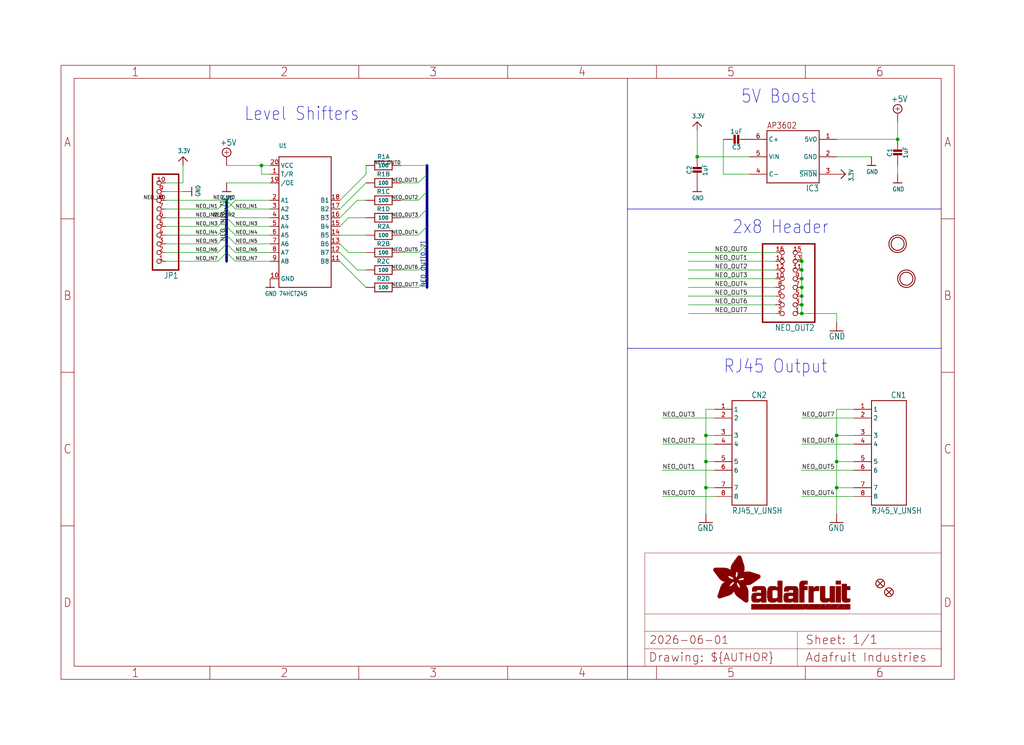
<source format=kicad_sch>
(kicad_sch (version 20230121) (generator eeschema)
  (paper "User" 298.45 217.322)
  (lib_symbols
    (symbol "working-eagle-import:+5V" (power)
      (property "Value" "+5V" (at -1.905 3.175 0))
      (symbol "+5V_1_0"
        (pin power_in line (at 0 -2.54 90) (length 2.54) (name "+5V") (number "1"))
      )
    )
    (symbol "working-eagle-import:3.3V" (power)
      (property "Value" "3.3V" (at -1.524 1.016 0))
      (symbol "3.3V_1_0"
        (pin power_in line (at 0 -2.54 90) (length 2.54) (name "3.3V") (number "1"))
      )
    )
    (symbol "working-eagle-import:74LCX245"
      (property "Reference" "U" (at -7.62 22.86 0))
      (symbol "74LCX245_1_0"
        (pin bidirectional line (at -10.16 15.24 0) (length 2.54) (name "T/R") (number "1"))
        (pin bidirectional line (at -10.16 -15.24 0) (length 2.54) (name "GND") (number "10"))
        (pin bidirectional line (at 10.16 -10.16 180) (length 2.54) (name "B8") (number "11"))
        (pin bidirectional line (at 10.16 -7.62 180) (length 2.54) (name "B7") (number "12"))
        (pin bidirectional line (at 10.16 -5.08 180) (length 2.54) (name "B6") (number "13"))
        (pin bidirectional line (at 10.16 -2.54 180) (length 2.54) (name "B5") (number "14"))
        (pin bidirectional line (at 10.16 0 180) (length 2.54) (name "B4") (number "15"))
        (pin bidirectional line (at 10.16 2.54 180) (length 2.54) (name "B3") (number "16"))
        (pin bidirectional line (at 10.16 5.08 180) (length 2.54) (name "B2") (number "17"))
        (pin bidirectional line (at 10.16 7.62 180) (length 2.54) (name "B1") (number "18"))
        (pin bidirectional line (at -10.16 12.7 0) (length 2.54) (name "/OE") (number "19"))
        (pin bidirectional line (at -10.16 7.62 0) (length 2.54) (name "A1") (number "2"))
        (pin bidirectional line (at -10.16 17.78 0) (length 2.54) (name "VCC") (number "20"))
        (pin bidirectional line (at -10.16 5.08 0) (length 2.54) (name "A2") (number "3"))
        (pin bidirectional line (at -10.16 2.54 0) (length 2.54) (name "A3") (number "4"))
        (pin bidirectional line (at -10.16 0 0) (length 2.54) (name "A4") (number "5"))
        (pin bidirectional line (at -10.16 -2.54 0) (length 2.54) (name "A5") (number "6"))
        (pin bidirectional line (at -10.16 -5.08 0) (length 2.54) (name "A6") (number "7"))
        (pin bidirectional line (at -10.16 -7.62 0) (length 2.54) (name "A7") (number "8"))
        (pin bidirectional line (at -10.16 -10.16 0) (length 2.54) (name "A8") (number "9"))
      )
    )
    (symbol "working-eagle-import:AP3602"
      (property "Reference" "IC" (at -7.62 -10.16 0))
      (symbol "AP3602_1_0"
        (text "AP3602" (at 7.62 10.16 0) (effects (font (size 1.778 1.5113)) (justify right top)))
        (pin power_in line (at -12.7 5.08 0) (length 5.08) (name "5VO") (number "1"))
        (pin power_in line (at -12.7 0 0) (length 5.08) (name "GND") (number "2"))
        (pin input line (at -12.7 -5.08 0) (length 5.08) (name "~{SHDN}") (number "3"))
        (pin bidirectional line (at 12.7 -5.08 180) (length 5.08) (name "C-") (number "4"))
        (pin power_in line (at 12.7 0 180) (length 5.08) (name "VIN") (number "5"))
        (pin bidirectional line (at 12.7 5.08 180) (length 5.08) (name "C+") (number "6"))
      )
    )
    (symbol "working-eagle-import:CAP_CERAMIC0603_NO"
      (property "Reference" "C" (at -2.29 1.25 90))
      (symbol "CAP_CERAMIC0603_NO_1_0"
        (pin passive line (at 0 5.08 270) (length 2.54) (name "1") (number "1"))
        (pin passive line (at 0 -2.54 90) (length 2.54) (name "2") (number "2"))
      )
    )
    (symbol "working-eagle-import:FIDUCIAL_1MM")
    (symbol "working-eagle-import:FRAME_A4_ADAFRUIT"
      (symbol "FRAME_A4_ADAFRUIT_1_0"
        (text "${#}/${##}" (at 230.505 10.16 0) (effects (font (size 2.54 2.54)) (justify left bottom)))
        (text "${AUTHOR}" (at 189.23 5.08 0) (effects (font (size 2.286 2.286)) (justify left bottom)))
        (text "${CURRENT_DATE}" (at 171.45 10.16 0) (effects (font (size 2.286 2.286)) (justify left bottom)))
        (text "${PROJECTNAME}" (at 171.45 15.24 0) (effects (font (size 2.54 2.54)) (justify left bottom)))
        (text "1" (at 21.6958 1.905 0) (effects (font (size 2.54 2.286))))
        (text "1" (at 21.6958 177.165 0) (effects (font (size 2.54 2.286))))
        (text "2" (at 65.0875 1.905 0) (effects (font (size 2.54 2.286))))
        (text "2" (at 65.0875 177.165 0) (effects (font (size 2.54 2.286))))
        (text "3" (at 108.4792 1.905 0) (effects (font (size 2.54 2.286))))
        (text "3" (at 108.4792 177.165 0) (effects (font (size 2.54 2.286))))
        (text "4" (at 151.8708 1.905 0) (effects (font (size 2.54 2.286))))
        (text "4" (at 151.8708 177.165 0) (effects (font (size 2.54 2.286))))
        (text "5" (at 195.2625 1.905 0) (effects (font (size 2.54 2.286))))
        (text "5" (at 195.2625 177.165 0) (effects (font (size 2.54 2.286))))
        (text "6" (at 238.6542 1.905 0) (effects (font (size 2.54 2.286))))
        (text "6" (at 238.6542 177.165 0) (effects (font (size 2.54 2.286))))
        (text "A" (at 1.905 156.6863 0) (effects (font (size 2.54 2.286))))
        (text "A" (at 258.445 156.6863 0) (effects (font (size 2.54 2.286))))
        (text "Adafruit Industries" (at 216.916 4.953 0) (effects (font (size 2.54 2.54)) (justify left bottom)))
        (text "B" (at 1.905 111.9188 0) (effects (font (size 2.54 2.286))))
        (text "B" (at 258.445 111.9188 0) (effects (font (size 2.54 2.286))))
        (text "C" (at 1.905 67.1513 0) (effects (font (size 2.54 2.286))))
        (text "C" (at 258.445 67.1513 0) (effects (font (size 2.54 2.286))))
        (text "D" (at 1.905 22.3838 0) (effects (font (size 2.54 2.286))))
        (text "D" (at 258.445 22.3838 0) (effects (font (size 2.54 2.286))))
        (text "Drawing:" (at 171.196 4.953 0) (effects (font (size 2.54 2.54)) (justify left bottom)))
        (text "Sheet:" (at 216.916 10.033 0) (effects (font (size 2.54 2.54)) (justify left bottom)))
      )
    )
    (symbol "working-eagle-import:GND" (power)
      (property "Value" "GND" (at -1.524 -2.54 0))
      (symbol "GND_1_0"
        (pin power_in line (at 0 2.54 270) (length 2.54) (name "GND") (number "1"))
      )
    )
    (symbol "working-eagle-import:HEADER-1X1070MIL"
      (property "Reference" "JP" (at -6.35 13.335 0))
      (symbol "HEADER-1X1070MIL_1_0"
        (pin passive inverted (at -2.54 10.16 0) (length 2.54) (name "1") (number "1"))
        (pin passive inverted (at -2.54 -12.7 0) (length 2.54) (name "10") (number "10"))
        (pin passive inverted (at -2.54 7.62 0) (length 2.54) (name "2") (number "2"))
        (pin passive inverted (at -2.54 5.08 0) (length 2.54) (name "3") (number "3"))
        (pin passive inverted (at -2.54 2.54 0) (length 2.54) (name "4") (number "4"))
        (pin passive inverted (at -2.54 0 0) (length 2.54) (name "5") (number "5"))
        (pin passive inverted (at -2.54 -2.54 0) (length 2.54) (name "6") (number "6"))
        (pin passive inverted (at -2.54 -5.08 0) (length 2.54) (name "7") (number "7"))
        (pin passive inverted (at -2.54 -7.62 0) (length 2.54) (name "8") (number "8"))
        (pin passive inverted (at -2.54 -10.16 0) (length 2.54) (name "9") (number "9"))
      )
    )
    (symbol "working-eagle-import:HEADER-2X8"
      (property "Reference" "JP" (at -8.89 10.795 0))
      (symbol "HEADER-2X8_1_0"
        (pin passive inverted (at -5.08 7.62 0) (length 2.54) (name "1") (number "1"))
        (pin passive inverted (at 2.54 -2.54 180) (length 2.54) (name "10") (number "10"))
        (pin passive inverted (at -5.08 -5.08 0) (length 2.54) (name "11") (number "11"))
        (pin passive inverted (at 2.54 -5.08 180) (length 2.54) (name "12") (number "12"))
        (pin passive inverted (at -5.08 -7.62 0) (length 2.54) (name "13") (number "13"))
        (pin passive inverted (at 2.54 -7.62 180) (length 2.54) (name "14") (number "14"))
        (pin passive inverted (at -5.08 -10.16 0) (length 2.54) (name "15") (number "15"))
        (pin passive inverted (at 2.54 -10.16 180) (length 2.54) (name "16") (number "16"))
        (pin passive inverted (at 2.54 7.62 180) (length 2.54) (name "2") (number "2"))
        (pin passive inverted (at -5.08 5.08 0) (length 2.54) (name "3") (number "3"))
        (pin passive inverted (at 2.54 5.08 180) (length 2.54) (name "4") (number "4"))
        (pin passive inverted (at -5.08 2.54 0) (length 2.54) (name "5") (number "5"))
        (pin passive inverted (at 2.54 2.54 180) (length 2.54) (name "6") (number "6"))
        (pin passive inverted (at -5.08 0 0) (length 2.54) (name "7") (number "7"))
        (pin passive inverted (at 2.54 0 180) (length 2.54) (name "8") (number "8"))
        (pin passive inverted (at -5.08 -2.54 0) (length 2.54) (name "9") (number "9"))
      )
    )
    (symbol "working-eagle-import:MOUNTINGHOLE2.5")
    (symbol "working-eagle-import:RESISTOR_4PACK"
      (property "Reference" "R" (at 0 2.54 0))
      (symbol "RESISTOR_4PACK_1_0"
        (pin passive line (at -5.08 0 0) (length 2.54) (name "1") (number "1"))
        (pin passive line (at 5.08 0 180) (length 2.54) (name "2") (number "8"))
      )
      (symbol "RESISTOR_4PACK_2_0"
        (pin passive line (at -5.08 0 0) (length 2.54) (name "1") (number "2"))
        (pin passive line (at 5.08 0 180) (length 2.54) (name "2") (number "7"))
      )
      (symbol "RESISTOR_4PACK_3_0"
        (pin passive line (at -5.08 0 0) (length 2.54) (name "1") (number "3"))
        (pin passive line (at 5.08 0 180) (length 2.54) (name "2") (number "6"))
      )
      (symbol "RESISTOR_4PACK_4_0"
        (pin passive line (at -5.08 0 0) (length 2.54) (name "1") (number "4"))
        (pin passive line (at 5.08 0 180) (length 2.54) (name "2") (number "5"))
      )
    )
    (symbol "working-eagle-import:RJ45_V_UNSH"
      (property "Reference" "CN" (at 5.08 17.78 0))
      (symbol "RJ45_V_UNSH_1_0"
        (pin bidirectional line (at -10.16 12.7 0) (length 5.08) (name "1") (number "1"))
        (pin bidirectional line (at -10.16 10.16 0) (length 5.08) (name "2") (number "2"))
        (pin bidirectional line (at -10.16 5.08 0) (length 5.08) (name "3") (number "3"))
        (pin bidirectional line (at -10.16 2.54 0) (length 5.08) (name "4") (number "4"))
        (pin bidirectional line (at -10.16 -2.54 0) (length 5.08) (name "5") (number "5"))
        (pin bidirectional line (at -10.16 -5.08 0) (length 5.08) (name "6") (number "6"))
        (pin bidirectional line (at -10.16 -10.16 0) (length 5.08) (name "7") (number "7"))
        (pin bidirectional line (at -10.16 -12.7 0) (length 5.08) (name "8") (number "8"))
      )
    )
    (symbol "working-eagle-import:supply1_GND" (power)
      (property "Value" "supply1_GND" (at -2.54 -2.54 0))
      (symbol "supply1_GND_1_0"
        (pin power_in line (at 0 2.54 270) (length 2.54) (name "GND") (number "1"))
      )
    )
  )
  (junction (at 243.84 142.24))
  (junction (at 233.68 78.74))
  (junction (at 243.84 134.62))
  (junction (at 205.74 142.24))
  (junction (at 76.2 48.26))
  (junction (at 261.62 40.64))
  (junction (at 233.68 91.44))
  (junction (at 233.68 83.82))
  (junction (at 233.68 88.9))
  (junction (at 203.2 45.72))
  (junction (at 233.68 86.36))
  (junction (at 233.68 76.2))
  (junction (at 205.74 127))
  (junction (at 243.84 127))
  (junction (at 233.68 81.28))
  (junction (at 205.74 134.62))
  (bus_entry (at 63.5 66.04) (size 2.54 -2.54))
  (bus_entry (at 121.92 63.5) (size 2.54 -2.54))
  (bus_entry (at 121.92 78.74) (size 2.54 -2.54))
  (bus_entry (at 68.58 68.58) (size -2.54 -2.54))
  (bus_entry (at 121.92 58.42) (size 2.54 -2.54))
  (bus_entry (at 121.92 73.66) (size 2.54 -2.54))
  (bus_entry (at 68.58 66.04) (size -2.54 -2.54))
  (bus_entry (at 68.58 76.2) (size -2.54 -2.54))
  (bus_entry (at 121.92 68.58) (size 2.54 -2.54))
  (bus_entry (at 68.58 63.5) (size -2.54 -2.54))
  (bus_entry (at 63.5 63.5) (size 2.54 -2.54))
  (bus_entry (at 121.92 83.82) (size 2.54 -2.54))
  (bus_entry (at 68.58 71.12) (size -2.54 -2.54))
  (bus_entry (at 63.5 76.2) (size 2.54 -2.54))
  (bus_entry (at 63.5 60.96) (size 2.54 -2.54))
  (bus_entry (at 63.5 71.12) (size 2.54 -2.54))
  (bus_entry (at 121.92 53.34) (size 2.54 -2.54))
  (bus_entry (at 68.58 73.66) (size -2.54 -2.54))
  (bus_entry (at 63.5 68.58) (size 2.54 -2.54))
  (bus_entry (at 63.5 73.66) (size 2.54 -2.54))
  (bus_entry (at 68.58 60.96) (size -2.54 -2.54))
  (bus_entry (at 68.58 58.42) (size -2.54 2.54))
  (bus (pts (xy 66.04 73.66) (xy 66.04 76.2)) (stroke (width 0.762)))
  (bus (pts (xy 66.04 71.12) (xy 66.04 73.66)) (stroke (width 0.762)))
  (wire (pts (xy 248.92 144.78) (xy 233.68 144.78)) (stroke (width 0.1524)))
  (wire (pts (xy 261.62 40.64) (xy 261.62 35.56)) (stroke (width 0.1524)))
  (wire (pts (xy 200.66 78.74) (xy 226.06 78.74)) (stroke (width 0.1524)))
  (wire (pts (xy 226.06 88.9) (xy 200.66 88.9)) (stroke (width 0.1524)))
  (wire (pts (xy 226.06 83.82) (xy 200.66 83.82)) (stroke (width 0.1524)))
  (wire (pts (xy 99.06 71.12) (xy 101.6 73.66)) (stroke (width 0.1524)))
  (wire (pts (xy 243.84 119.38) (xy 243.84 127)) (stroke (width 0.1524)))
  (wire (pts (xy 99.06 66.04) (xy 101.6 63.5)) (stroke (width 0.1524)))
  (bus (pts (xy 66.04 68.58) (xy 66.04 71.12)) (stroke (width 0.762)))
  (wire (pts (xy 78.74 73.66) (xy 68.58 73.66)) (stroke (width 0.1524)))
  (bus (pts (xy 124.46 81.28) (xy 124.46 83.82)) (stroke (width 0.762)))
  (wire (pts (xy 76.2 48.26) (xy 78.74 48.26)) (stroke (width 0.1524)))
  (polyline (pts (xy 182.88 60.96) (xy 274.32 60.96)) (stroke (width 0.1524) (type solid)))
  (wire (pts (xy 48.26 63.5) (xy 63.5 63.5)) (stroke (width 0.1524)))
  (wire (pts (xy 99.06 63.5) (xy 104.14 58.42)) (stroke (width 0.1524)))
  (wire (pts (xy 243.84 40.64) (xy 261.62 40.64)) (stroke (width 0.1524)))
  (wire (pts (xy 200.66 76.2) (xy 226.06 76.2)) (stroke (width 0.1524)))
  (wire (pts (xy 210.82 50.8) (xy 210.82 40.64)) (stroke (width 0.1524)))
  (wire (pts (xy 78.74 68.58) (xy 68.58 68.58)) (stroke (width 0.1524)))
  (wire (pts (xy 261.62 48.26) (xy 261.62 50.8)) (stroke (width 0.1524)))
  (bus (pts (xy 124.46 66.04) (xy 124.46 71.12)) (stroke (width 0.762)))
  (bus (pts (xy 124.46 55.88) (xy 124.46 60.96)) (stroke (width 0.762)))
  (wire (pts (xy 99.06 58.42) (xy 106.68 50.8)) (stroke (width 0.1524)))
  (wire (pts (xy 233.68 73.66) (xy 233.68 76.2)) (stroke (width 0.1524)))
  (wire (pts (xy 205.74 134.62) (xy 205.74 142.24)) (stroke (width 0.1524)))
  (wire (pts (xy 78.74 76.2) (xy 68.58 76.2)) (stroke (width 0.1524)))
  (wire (pts (xy 208.28 119.38) (xy 205.74 119.38)) (stroke (width 0.1524)))
  (wire (pts (xy 66.04 53.34) (xy 78.74 53.34)) (stroke (width 0.1524)))
  (bus (pts (xy 66.04 60.96) (xy 66.04 63.5)) (stroke (width 0.762)))
  (wire (pts (xy 53.34 55.88) (xy 48.26 55.88)) (stroke (width 0.1524)))
  (wire (pts (xy 243.84 134.62) (xy 243.84 142.24)) (stroke (width 0.1524)))
  (wire (pts (xy 248.92 134.62) (xy 243.84 134.62)) (stroke (width 0.1524)))
  (wire (pts (xy 101.6 63.5) (xy 106.68 63.5)) (stroke (width 0.1524)))
  (wire (pts (xy 99.06 60.96) (xy 106.68 53.34)) (stroke (width 0.1524)))
  (wire (pts (xy 106.68 50.8) (xy 106.68 48.26)) (stroke (width 0.1524)))
  (wire (pts (xy 254 45.72) (xy 243.84 45.72)) (stroke (width 0.1524)))
  (wire (pts (xy 104.14 78.74) (xy 106.68 78.74)) (stroke (width 0.1524)))
  (wire (pts (xy 208.28 129.54) (xy 193.04 129.54)) (stroke (width 0.1524)))
  (wire (pts (xy 233.68 76.2) (xy 233.68 78.74)) (stroke (width 0.1524)))
  (wire (pts (xy 233.68 91.44) (xy 243.84 91.44)) (stroke (width 0.1524)))
  (wire (pts (xy 116.84 63.5) (xy 121.92 63.5)) (stroke (width 0.1524)))
  (bus (pts (xy 124.46 71.12) (xy 124.46 76.2)) (stroke (width 0.762)))
  (wire (pts (xy 233.68 129.54) (xy 248.92 129.54)) (stroke (width 0.1524)))
  (wire (pts (xy 248.92 119.38) (xy 243.84 119.38)) (stroke (width 0.1524)))
  (wire (pts (xy 200.66 81.28) (xy 226.06 81.28)) (stroke (width 0.1524)))
  (polyline (pts (xy 182.88 101.6) (xy 274.32 101.6)) (stroke (width 0.1524) (type solid)))
  (wire (pts (xy 205.74 142.24) (xy 205.74 149.86)) (stroke (width 0.1524)))
  (polyline (pts (xy 182.88 101.6) (xy 182.88 60.96)) (stroke (width 0.1524) (type solid)))
  (wire (pts (xy 205.74 142.24) (xy 208.28 142.24)) (stroke (width 0.1524)))
  (bus (pts (xy 66.04 58.42) (xy 66.04 60.96)) (stroke (width 0.762)))
  (bus (pts (xy 124.46 48.26) (xy 124.46 50.8)) (stroke (width 0.762)))
  (wire (pts (xy 208.28 144.78) (xy 193.04 144.78)) (stroke (width 0.1524)))
  (wire (pts (xy 248.92 137.16) (xy 233.68 137.16)) (stroke (width 0.1524)))
  (wire (pts (xy 233.68 88.9) (xy 233.68 91.44)) (stroke (width 0.1524)))
  (wire (pts (xy 208.28 127) (xy 205.74 127)) (stroke (width 0.1524)))
  (wire (pts (xy 99.06 73.66) (xy 104.14 78.74)) (stroke (width 0.1524)))
  (wire (pts (xy 76.2 50.8) (xy 76.2 48.26)) (stroke (width 0.1524)))
  (wire (pts (xy 116.84 73.66) (xy 121.92 73.66)) (stroke (width 0.1524)))
  (wire (pts (xy 48.26 66.04) (xy 63.5 66.04)) (stroke (width 0.1524)))
  (bus (pts (xy 124.46 50.8) (xy 124.46 55.88)) (stroke (width 0.762)))
  (wire (pts (xy 68.58 58.42) (xy 78.74 58.42)) (stroke (width 0.1524)))
  (bus (pts (xy 66.04 63.5) (xy 66.04 66.04)) (stroke (width 0.762)))
  (wire (pts (xy 48.26 76.2) (xy 63.5 76.2)) (stroke (width 0.1524)))
  (wire (pts (xy 116.84 48.26) (xy 124.46 48.26)) (stroke (width 0.1524)))
  (wire (pts (xy 78.74 50.8) (xy 76.2 50.8)) (stroke (width 0.1524)))
  (wire (pts (xy 99.06 68.58) (xy 106.68 68.58)) (stroke (width 0.1524)))
  (wire (pts (xy 116.84 58.42) (xy 121.92 58.42)) (stroke (width 0.1524)))
  (wire (pts (xy 193.04 137.16) (xy 208.28 137.16)) (stroke (width 0.1524)))
  (wire (pts (xy 48.26 68.58) (xy 63.5 68.58)) (stroke (width 0.1524)))
  (wire (pts (xy 200.66 73.66) (xy 226.06 73.66)) (stroke (width 0.1524)))
  (wire (pts (xy 243.84 142.24) (xy 248.92 142.24)) (stroke (width 0.1524)))
  (wire (pts (xy 53.34 53.34) (xy 53.34 48.26)) (stroke (width 0.1524)))
  (wire (pts (xy 99.06 76.2) (xy 106.68 83.82)) (stroke (width 0.1524)))
  (wire (pts (xy 248.92 121.92) (xy 233.68 121.92)) (stroke (width 0.1524)))
  (wire (pts (xy 200.66 86.36) (xy 226.06 86.36)) (stroke (width 0.1524)))
  (polyline (pts (xy 182.88 101.6) (xy 182.88 198.12)) (stroke (width 0.1524) (type solid)))
  (wire (pts (xy 208.28 134.62) (xy 205.74 134.62)) (stroke (width 0.1524)))
  (wire (pts (xy 104.14 58.42) (xy 106.68 58.42)) (stroke (width 0.1524)))
  (wire (pts (xy 116.84 53.34) (xy 121.92 53.34)) (stroke (width 0.1524)))
  (wire (pts (xy 205.74 127) (xy 205.74 134.62)) (stroke (width 0.1524)))
  (wire (pts (xy 200.66 91.44) (xy 226.06 91.44)) (stroke (width 0.1524)))
  (wire (pts (xy 233.68 86.36) (xy 233.68 88.9)) (stroke (width 0.1524)))
  (polyline (pts (xy 182.88 60.96) (xy 182.88 22.86)) (stroke (width 0.1524) (type solid)))
  (wire (pts (xy 233.68 81.28) (xy 233.68 83.82)) (stroke (width 0.1524)))
  (wire (pts (xy 101.6 73.66) (xy 106.68 73.66)) (stroke (width 0.1524)))
  (wire (pts (xy 208.28 121.92) (xy 193.04 121.92)) (stroke (width 0.1524)))
  (wire (pts (xy 78.74 71.12) (xy 68.58 71.12)) (stroke (width 0.1524)))
  (wire (pts (xy 233.68 78.74) (xy 233.68 81.28)) (stroke (width 0.1524)))
  (wire (pts (xy 243.84 142.24) (xy 243.84 149.86)) (stroke (width 0.1524)))
  (wire (pts (xy 233.68 83.82) (xy 233.68 86.36)) (stroke (width 0.1524)))
  (wire (pts (xy 243.84 127) (xy 243.84 134.62)) (stroke (width 0.1524)))
  (wire (pts (xy 203.2 45.72) (xy 203.2 38.1)) (stroke (width 0.1524)))
  (wire (pts (xy 116.84 68.58) (xy 121.92 68.58)) (stroke (width 0.1524)))
  (bus (pts (xy 124.46 76.2) (xy 124.46 81.28)) (stroke (width 0.762)))
  (wire (pts (xy 48.26 53.34) (xy 53.34 53.34)) (stroke (width 0.1524)))
  (wire (pts (xy 68.58 63.5) (xy 78.74 63.5)) (stroke (width 0.1524)))
  (wire (pts (xy 48.26 58.42) (xy 66.04 58.42)) (stroke (width 0.1524)))
  (wire (pts (xy 116.84 78.74) (xy 121.92 78.74)) (stroke (width 0.1524)))
  (wire (pts (xy 218.44 50.8) (xy 210.82 50.8)) (stroke (width 0.1524)))
  (wire (pts (xy 78.74 60.96) (xy 68.58 60.96)) (stroke (width 0.1524)))
  (wire (pts (xy 78.74 66.04) (xy 68.58 66.04)) (stroke (width 0.1524)))
  (bus (pts (xy 124.46 60.96) (xy 124.46 66.04)) (stroke (width 0.762)))
  (wire (pts (xy 48.26 73.66) (xy 63.5 73.66)) (stroke (width 0.1524)))
  (wire (pts (xy 218.44 45.72) (xy 203.2 45.72)) (stroke (width 0.1524)))
  (wire (pts (xy 48.26 71.12) (xy 63.5 71.12)) (stroke (width 0.1524)))
  (wire (pts (xy 205.74 119.38) (xy 205.74 127)) (stroke (width 0.1524)))
  (bus (pts (xy 66.04 66.04) (xy 66.04 68.58)) (stroke (width 0.762)))
  (wire (pts (xy 48.26 60.96) (xy 63.5 60.96)) (stroke (width 0.1524)))
  (wire (pts (xy 116.84 83.82) (xy 121.92 83.82)) (stroke (width 0.1524)))
  (wire (pts (xy 66.04 48.26) (xy 76.2 48.26)) (stroke (width 0.1524)))
  (wire (pts (xy 248.92 127) (xy 243.84 127)) (stroke (width 0.1524)))
  (wire (pts (xy 243.84 91.44) (xy 243.84 93.98)) (stroke (width 0.1524)))
  (text "RJ45 Output" (at 210.82 109.22 0) (effects (font (size 3.81 3.2385)) (justify left bottom)))
  (text "2x8 Header" (at 213.36 68.58 0) (effects (font (size 3.81 3.2385)) (justify left bottom)))
  (text "Level Shifters" (at 71.12 35.56 0) (effects (font (size 3.81 3.2385)) (justify left bottom)))
  (text "5V Boost" (at 215.9 30.48 0) (effects (font (size 3.81 3.2385)) (justify left bottom)))
  (label "NEO_OUT1" (at 121.92 53.34 180) (effects (font (size 1.016 1.016))))
  (label "NEO_IN7" (at 63.5 76.2 180) (effects (font (size 1.016 1.016))))
  (label "NEO_IN1" (at 68.58 60.96 0) (effects (font (size 1.016 1.016))))
  (label "NEO_OUT6" (at 233.68 129.54 0) (effects (font (size 1.2446 1.2446))))
  (label "NEO_IN7" (at 68.58 76.2 0) (effects (font (size 1.016 1.016))))
  (label "NEO_OUT4" (at 208.28 83.82 0) (effects (font (size 1.2446 1.2446))))
  (label "NEO_OUT1" (at 193.04 137.16 0) (effects (font (size 1.2446 1.2446))))
  (label "NEO_OUT4" (at 233.68 144.78 0) (effects (font (size 1.2446 1.2446))))
  (label "NEO_OUT6" (at 121.92 78.74 180) (effects (font (size 1.016 1.016))))
  (label "NEO_IN2" (at 68.58 63.5 180) (effects (font (size 1.016 1.016))))
  (label "NEO_OUT7" (at 208.28 91.44 0) (effects (font (size 1.2446 1.2446))))
  (label "NEO_IN6" (at 63.5 73.66 180) (effects (font (size 1.016 1.016))))
  (label "NEO_IN5" (at 68.58 71.12 0) (effects (font (size 1.016 1.016))))
  (label "NEO_OUT3" (at 208.28 81.28 0) (effects (font (size 1.2446 1.2446))))
  (label "NEO_IN5" (at 63.5 71.12 180) (effects (font (size 1.016 1.016))))
  (label "NEO_IN4" (at 68.58 68.58 0) (effects (font (size 1.016 1.016))))
  (label "NEO_OUT0" (at 193.04 144.78 0) (effects (font (size 1.2446 1.2446))))
  (label "NEO_OUT1" (at 208.28 76.2 0) (effects (font (size 1.2446 1.2446))))
  (label "NEO_OUT3" (at 193.04 121.92 0) (effects (font (size 1.2446 1.2446))))
  (label "NEO_IN0" (at 48.26 58.42 180) (effects (font (size 1.016 1.016))))
  (label "NEO_IN1" (at 63.5 60.96 180) (effects (font (size 1.016 1.016))))
  (label "NEO_OUT4" (at 121.92 68.58 180) (effects (font (size 1.016 1.016))))
  (label "NEO_IN4" (at 63.5 68.58 180) (effects (font (size 1.016 1.016))))
  (label "NEO_IN2" (at 63.5 63.5 180) (effects (font (size 1.016 1.016))))
  (label "NEO_OUT0" (at 208.28 73.66 0) (effects (font (size 1.2446 1.2446))))
  (label "NEO_IN3" (at 68.58 66.04 0) (effects (font (size 1.016 1.016))))
  (label "NEO_OUT3" (at 121.92 63.5 180) (effects (font (size 1.016 1.016))))
  (label "NEO_OUT5" (at 121.92 73.66 180) (effects (font (size 1.016 1.016))))
  (label "NEO_OUT5" (at 233.68 137.16 0) (effects (font (size 1.2446 1.2446))))
  (label "NEO_OUT7" (at 233.68 121.92 0) (effects (font (size 1.2446 1.2446))))
  (label "NEO_OUT5" (at 208.28 86.36 0) (effects (font (size 1.2446 1.2446))))
  (label "NEO_OUT0" (at 116.84 48.26 180) (effects (font (size 1.016 1.016))))
  (label "NEO_OUT2" (at 193.04 129.54 0) (effects (font (size 1.2446 1.2446))))
  (label "NEO_OUT2" (at 208.28 78.74 0) (effects (font (size 1.2446 1.2446))))
  (label "NEO_IN6" (at 68.58 73.66 0) (effects (font (size 1.016 1.016))))
  (label "NEO_IN0" (at 68.58 58.42 180) (effects (font (size 1.016 1.016))))
  (label "NEO_OUT6" (at 208.28 88.9 0) (effects (font (size 1.2446 1.2446))))
  (label "NEO_IN3" (at 63.5 66.04 180) (effects (font (size 1.016 1.016))))
  (label "NEO_OUT7" (at 121.92 83.82 180) (effects (font (size 1.016 1.016))))
  (label "NEO_IN[0..7]" (at 66.04 58.42 270) (effects (font (size 1.2446 1.2446))))
  (label "NEO_OUT2" (at 121.92 58.42 180) (effects (font (size 1.016 1.016))))
  (label "NEO_OUT[0..7]" (at 124.46 83.82 90) (effects (font (size 1.2446 1.2446))))
  (symbol (lib_id "working-eagle-import:supply1_GND") (at 205.74 152.4 0) (unit 1)
    (property "Reference" "#GND11" (effects hide))
    (property "Value" "GND" (at 203.2 154.94 0) (effects (font (size 1.778 1.5113)) (justify left bottom)))
  )
  (symbol (lib_id "working-eagle-import:CAP_CERAMIC0603_NO") (at 203.2 50.8 0) (unit 1)
    (property "Reference" "C2" (at 200.91 49.55 90))
    (property "Value" "1uF" (at 205.5 49.55 90))
    (property "Footprint" "working:0603-NO" (effects hide))
  )
  (symbol (lib_id "working-eagle-import:CAP_CERAMIC0603_NO") (at 215.9 40.64 90) (unit 1)
    (property "Reference" "C3" (at 214.65 42.93 90))
    (property "Value" "1uF" (at 214.65 38.34 90))
    (property "Footprint" "working:0603-NO" (effects hide))
  )
  (symbol (lib_id "working-eagle-import:74LCX245") (at 88.9 66.04 0) (unit 1)
    (property "Reference" "U1" (at 81.28 43.18 0) (effects (font (size 1.27 1.0795)) (justify left bottom)))
    (property "Value" "74HCT245" (at 81.28 86.36 0) (effects (font (size 1.27 1.0795)) (justify left bottom)))
    (property "Footprint" "working:TSSOP20" (effects hide))
  )
  (symbol (lib_id "working-eagle-import:RJ45_V_UNSH") (at 218.44 132.08 0) (unit 1)
    (property "Reference" "CN2" (at 223.52 114.3 0) (effects (font (size 1.6764 1.4249)) (justify right top)))
    (property "Value" "RJ45_V_UNSH" (at 213.36 149.86 0) (effects (font (size 1.6764 1.4249)) (justify left bottom)))
    (property "Footprint" "working:RJ45_VERTICAL_UNSHIELDED" (effects hide))
  )
  (symbol (lib_id "working-eagle-import:RESISTOR_4PACK") (at 111.76 78.74 0) (unit 3)
    (property "Reference" "R2" (at 111.76 76.2 0))
    (property "Value" "100" (at 111.76 78.74 0) (effects (font (size 1.016 1.016) bold)))
    (property "Footprint" "working:RESPACK_4X0603" (effects hide))
  )
  (symbol (lib_id "working-eagle-import:MOUNTINGHOLE2.5") (at 264.16 81.28 0) (unit 1)
    (property "Reference" "U$7" (effects hide))
    (property "Value" "MOUNTINGHOLE2.5" (effects hide))
    (property "Footprint" "working:MOUNTINGHOLE_2.5_PLATED" (effects hide))
  )
  (symbol (lib_id "working-eagle-import:supply1_GND") (at 243.84 152.4 0) (unit 1)
    (property "Reference" "#GND12" (effects hide))
    (property "Value" "GND" (at 241.3 154.94 0) (effects (font (size 1.778 1.5113)) (justify left bottom)))
  )
  (symbol (lib_id "working-eagle-import:HEADER-2X8") (at 228.6 83.82 180) (unit 1)
    (property "Reference" "NEO_OUT2" (at 237.49 94.615 0) (effects (font (size 1.778 1.5113)) (justify left bottom)))
    (property "Value" "HEADER-2X8" (effects hide))
    (property "Footprint" "working:2X08" (effects hide))
  )
  (symbol (lib_id "working-eagle-import:FRAME_A4_ADAFRUIT") (at 17.78 198.12 0) (unit 1)
    (property "Reference" "#U$1" (effects hide))
    (property "Value" "FRAME_A4_ADAFRUIT" (effects hide))
  )
  (symbol (lib_id "working-eagle-import:GND") (at 203.2 55.88 0) (unit 1)
    (property "Reference" "#U$5" (effects hide))
    (property "Value" "GND" (at 201.676 58.42 0) (effects (font (size 1.27 1.0795)) (justify left bottom)))
  )
  (symbol (lib_id "working-eagle-import:GND") (at 66.04 55.88 0) (unit 1)
    (property "Reference" "#U$9" (effects hide))
    (property "Value" "GND" (at 64.516 58.42 0) (effects (font (size 1.27 1.0795)) (justify left bottom)))
  )
  (symbol (lib_id "working-eagle-import:FIDUCIAL_1MM") (at 259.08 172.72 0) (unit 1)
    (property "Reference" "FID2" (effects hide))
    (property "Value" "FIDUCIAL_1MM" (effects hide))
    (property "Footprint" "working:FIDUCIAL_1MM" (effects hide))
  )
  (symbol (lib_id "working-eagle-import:3.3V") (at 203.2 35.56 0) (unit 1)
    (property "Reference" "#U$4" (effects hide))
    (property "Value" "3.3V" (at 201.676 34.544 0) (effects (font (size 1.27 1.0795)) (justify left bottom)))
  )
  (symbol (lib_id "working-eagle-import:3.3V") (at 246.38 50.8 270) (unit 1)
    (property "Reference" "#U$6" (effects hide))
    (property "Value" "3.3V" (at 247.396 49.276 0) (effects (font (size 1.27 1.0795)) (justify left bottom)))
  )
  (symbol (lib_id "working-eagle-import:+5V") (at 261.62 33.02 0) (unit 1)
    (property "Reference" "#SUPPLY1" (effects hide))
    (property "Value" "+5V" (at 259.715 29.845 0) (effects (font (size 1.778 1.5113)) (justify left bottom)))
  )
  (symbol (lib_id "working-eagle-import:RESISTOR_4PACK") (at 111.76 63.5 0) (unit 4)
    (property "Reference" "R1" (at 111.76 60.96 0))
    (property "Value" "100" (at 111.76 63.5 0) (effects (font (size 1.016 1.016) bold)))
    (property "Footprint" "working:RESPACK_4X0603" (effects hide))
  )
  (symbol (lib_id "working-eagle-import:RESISTOR_4PACK") (at 111.76 83.82 0) (unit 4)
    (property "Reference" "R2" (at 111.76 81.28 0))
    (property "Value" "100" (at 111.76 83.82 0) (effects (font (size 1.016 1.016) bold)))
    (property "Footprint" "working:RESPACK_4X0603" (effects hide))
  )
  (symbol (lib_id "working-eagle-import:FIDUCIAL_1MM") (at 256.54 170.18 0) (unit 1)
    (property "Reference" "FID1" (effects hide))
    (property "Value" "FIDUCIAL_1MM" (effects hide))
    (property "Footprint" "working:FIDUCIAL_1MM" (effects hide))
  )
  (symbol (lib_id "working-eagle-import:AP3602") (at 231.14 45.72 0) (mirror y) (unit 1)
    (property "Reference" "IC3" (at 238.76 55.88 0) (effects (font (size 1.778 1.5113)) (justify left bottom)))
    (property "Value" "AP3602" (effects hide))
    (property "Footprint" "working:SOT23-6" (effects hide))
  )
  (symbol (lib_id "working-eagle-import:MOUNTINGHOLE2.5") (at 261.62 71.12 0) (unit 1)
    (property "Reference" "U$3" (effects hide))
    (property "Value" "MOUNTINGHOLE2.5" (effects hide))
    (property "Footprint" "working:MOUNTINGHOLE_2.5_PLATED" (effects hide))
  )
  (symbol (lib_id "working-eagle-import:HEADER-1X1070MIL") (at 45.72 66.04 180) (unit 1)
    (property "Reference" "JP1" (at 52.07 79.375 0) (effects (font (size 1.778 1.5113)) (justify left bottom)))
    (property "Value" "HEADER-1X1070MIL" (effects hide))
    (property "Footprint" "working:1X10_ROUND70" (effects hide))
  )
  (symbol (lib_id "working-eagle-import:RESISTOR_4PACK") (at 111.76 53.34 0) (unit 2)
    (property "Reference" "R1" (at 111.76 50.8 0))
    (property "Value" "100" (at 111.76 53.34 0) (effects (font (size 1.016 1.016) bold)))
    (property "Footprint" "working:RESPACK_4X0603" (effects hide))
  )
  (symbol (lib_id "working-eagle-import:GND") (at 55.88 55.88 90) (unit 1)
    (property "Reference" "#U$14" (effects hide))
    (property "Value" "GND" (at 58.42 57.404 0) (effects (font (size 1.27 1.0795)) (justify left bottom)))
  )
  (symbol (lib_id "working-eagle-import:RESISTOR_4PACK") (at 111.76 68.58 0) (unit 1)
    (property "Reference" "R2" (at 111.76 66.04 0))
    (property "Value" "100" (at 111.76 68.58 0) (effects (font (size 1.016 1.016) bold)))
    (property "Footprint" "working:RESPACK_4X0603" (effects hide))
  )
  (symbol (lib_id "working-eagle-import:RESISTOR_4PACK") (at 111.76 73.66 0) (unit 2)
    (property "Reference" "R2" (at 111.76 71.12 0))
    (property "Value" "100" (at 111.76 73.66 0) (effects (font (size 1.016 1.016) bold)))
    (property "Footprint" "working:RESPACK_4X0603" (effects hide))
  )
  (symbol (lib_id "working-eagle-import:GND") (at 254 48.26 0) (unit 1)
    (property "Reference" "#U$13" (effects hide))
    (property "Value" "GND" (at 252.476 50.8 0) (effects (font (size 1.27 1.0795)) (justify left bottom)))
  )
  (symbol (lib_id "working-eagle-import:+5V") (at 66.04 45.72 0) (unit 1)
    (property "Reference" "#SUPPLY2" (effects hide))
    (property "Value" "+5V" (at 64.135 42.545 0) (effects (font (size 1.778 1.5113)) (justify left bottom)))
  )
  (symbol (lib_id "working-eagle-import:GND") (at 78.74 83.82 0) (unit 1)
    (property "Reference" "#U$8" (effects hide))
    (property "Value" "GND" (at 77.216 86.36 0) (effects (font (size 1.27 1.0795)) (justify left bottom)))
  )
  (symbol (lib_id "working-eagle-import:RJ45_V_UNSH") (at 259.08 132.08 0) (unit 1)
    (property "Reference" "CN1" (at 264.16 114.3 0) (effects (font (size 1.6764 1.4249)) (justify right top)))
    (property "Value" "RJ45_V_UNSH" (at 254 149.86 0) (effects (font (size 1.6764 1.4249)) (justify left bottom)))
    (property "Footprint" "working:RJ45_VERTICAL_UNSHIELDED" (effects hide))
  )
  (symbol (lib_id "working-eagle-import:RESISTOR_4PACK") (at 111.76 58.42 0) (unit 3)
    (property "Reference" "R1" (at 111.76 55.88 0))
    (property "Value" "100" (at 111.76 58.42 0) (effects (font (size 1.016 1.016) bold)))
    (property "Footprint" "working:RESPACK_4X0603" (effects hide))
  )
  (symbol (lib_id "working-eagle-import:CAP_CERAMIC0603_NO") (at 261.62 45.72 0) (unit 1)
    (property "Reference" "C1" (at 259.33 44.47 90))
    (property "Value" "1uF" (at 263.92 44.47 90))
    (property "Footprint" "working:0603-NO" (effects hide))
  )
  (symbol (lib_id "working-eagle-import:RESISTOR_4PACK") (at 111.76 48.26 0) (unit 1)
    (property "Reference" "R1" (at 111.76 45.72 0))
    (property "Value" "100" (at 111.76 48.26 0) (effects (font (size 1.016 1.016) bold)))
    (property "Footprint" "working:RESPACK_4X0603" (effects hide))
  )
  (symbol (lib_id "working-eagle-import:GND") (at 261.62 53.34 0) (unit 1)
    (property "Reference" "#U$2" (effects hide))
    (property "Value" "GND" (at 260.096 55.88 0) (effects (font (size 1.27 1.0795)) (justify left bottom)))
  )
  (symbol (lib_id "working-eagle-import:3.3V") (at 53.34 45.72 0) (unit 1)
    (property "Reference" "#U$10" (effects hide))
    (property "Value" "3.3V" (at 51.816 44.704 0) (effects (font (size 1.27 1.0795)) (justify left bottom)))
  )
  (symbol (lib_id "working-eagle-import:supply1_GND") (at 243.84 96.52 0) (mirror y) (unit 1)
    (property "Reference" "#GND3" (effects hide))
    (property "Value" "GND" (at 246.38 99.06 0) (effects (font (size 1.778 1.5113)) (justify left bottom)))
  )
)
</source>
